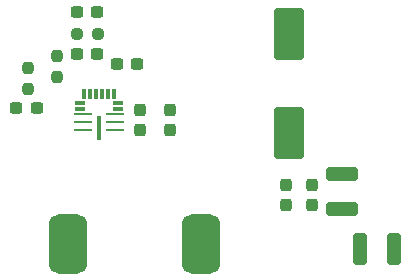
<source format=gbr>
%TF.GenerationSoftware,KiCad,Pcbnew,(6.0.8)*%
%TF.CreationDate,2023-02-08T18:10:39+01:00*%
%TF.ProjectId,power supply prototype,706f7765-7220-4737-9570-706c79207072,rev?*%
%TF.SameCoordinates,Original*%
%TF.FileFunction,Paste,Top*%
%TF.FilePolarity,Positive*%
%FSLAX46Y46*%
G04 Gerber Fmt 4.6, Leading zero omitted, Abs format (unit mm)*
G04 Created by KiCad (PCBNEW (6.0.8)) date 2023-02-08 18:10:39*
%MOMM*%
%LPD*%
G01*
G04 APERTURE LIST*
G04 Aperture macros list*
%AMRoundRect*
0 Rectangle with rounded corners*
0 $1 Rounding radius*
0 $2 $3 $4 $5 $6 $7 $8 $9 X,Y pos of 4 corners*
0 Add a 4 corners polygon primitive as box body*
4,1,4,$2,$3,$4,$5,$6,$7,$8,$9,$2,$3,0*
0 Add four circle primitives for the rounded corners*
1,1,$1+$1,$2,$3*
1,1,$1+$1,$4,$5*
1,1,$1+$1,$6,$7*
1,1,$1+$1,$8,$9*
0 Add four rect primitives between the rounded corners*
20,1,$1+$1,$2,$3,$4,$5,0*
20,1,$1+$1,$4,$5,$6,$7,0*
20,1,$1+$1,$6,$7,$8,$9,0*
20,1,$1+$1,$8,$9,$2,$3,0*%
G04 Aperture macros list end*
%ADD10RoundRect,0.250000X-1.000000X1.950000X-1.000000X-1.950000X1.000000X-1.950000X1.000000X1.950000X0*%
%ADD11R,0.914400X0.304800*%
%ADD12R,1.498600X0.254000*%
%ADD13R,0.355600X1.999996*%
%ADD14R,0.304800X0.812800*%
%ADD15RoundRect,0.237500X-0.237500X0.300000X-0.237500X-0.300000X0.237500X-0.300000X0.237500X0.300000X0*%
%ADD16RoundRect,0.237500X0.237500X-0.300000X0.237500X0.300000X-0.237500X0.300000X-0.237500X-0.300000X0*%
%ADD17RoundRect,0.237500X-0.300000X-0.237500X0.300000X-0.237500X0.300000X0.237500X-0.300000X0.237500X0*%
%ADD18RoundRect,0.250000X-0.325000X-1.100000X0.325000X-1.100000X0.325000X1.100000X-0.325000X1.100000X0*%
%ADD19RoundRect,0.812500X-0.812500X-1.687500X0.812500X-1.687500X0.812500X1.687500X-0.812500X1.687500X0*%
%ADD20RoundRect,0.237500X0.300000X0.237500X-0.300000X0.237500X-0.300000X-0.237500X0.300000X-0.237500X0*%
%ADD21RoundRect,0.237500X0.250000X0.237500X-0.250000X0.237500X-0.250000X-0.237500X0.250000X-0.237500X0*%
%ADD22RoundRect,0.237500X-0.237500X0.250000X-0.237500X-0.250000X0.237500X-0.250000X0.237500X0.250000X0*%
%ADD23RoundRect,0.250000X1.100000X-0.325000X1.100000X0.325000X-1.100000X0.325000X-1.100000X-0.325000X0*%
%ADD24RoundRect,0.237500X0.237500X-0.250000X0.237500X0.250000X-0.237500X0.250000X-0.237500X-0.250000X0*%
G04 APERTURE END LIST*
D10*
%TO.C,CSup2*%
X148100000Y-78200000D03*
X148100000Y-86600000D03*
%TD*%
D11*
%TO.C,U1*%
X130358601Y-84049996D03*
X130358601Y-84549997D03*
D12*
X130650700Y-85050000D03*
X130650700Y-85699999D03*
X130650700Y-86350001D03*
D13*
X132000000Y-86225005D03*
D12*
X133349300Y-86350013D03*
X133349300Y-85699999D03*
X133349300Y-85050013D03*
D11*
X133641399Y-84549997D03*
X133641399Y-84049996D03*
D14*
X133250000Y-83293600D03*
X132750001Y-83293600D03*
X132250000Y-83293600D03*
X131750000Y-83293600D03*
X131249999Y-83293600D03*
X130750000Y-83293600D03*
%TD*%
D15*
%TO.C,Cbyp1*%
X135500000Y-84637500D03*
X135500000Y-86362500D03*
%TD*%
D16*
%TO.C,DNp*%
X147800000Y-92725000D03*
X147800000Y-91000000D03*
%TD*%
D17*
%TO.C,Cc1*%
X130137500Y-76400000D03*
X131862500Y-76400000D03*
%TD*%
D18*
%TO.C,Cout3*%
X154050000Y-96400000D03*
X157000000Y-96400000D03*
%TD*%
D19*
%TO.C,L1*%
X140650000Y-96000000D03*
X129350000Y-96000000D03*
%TD*%
D20*
%TO.C,CF1*%
X131862500Y-79900000D03*
X130137500Y-79900000D03*
%TD*%
D21*
%TO.C,RCOMP1*%
X131912500Y-78200000D03*
X130087500Y-78200000D03*
%TD*%
D17*
%TO.C,CBIAS1*%
X133500000Y-80800000D03*
X135225000Y-80800000D03*
%TD*%
%TO.C,Cbst1*%
X124975000Y-84500000D03*
X126700000Y-84500000D03*
%TD*%
D22*
%TO.C,R_RST1*%
X126000000Y-81087500D03*
X126000000Y-82912500D03*
%TD*%
D16*
%TO.C,DNP*%
X150000000Y-92725000D03*
X150000000Y-91000000D03*
%TD*%
D15*
%TO.C,Csup1*%
X138000000Y-84637500D03*
X138000000Y-86362500D03*
%TD*%
D23*
%TO.C,Cout1*%
X152600000Y-93075000D03*
X152600000Y-90125000D03*
%TD*%
D24*
%TO.C,R_OSC1*%
X128400000Y-81912500D03*
X128400000Y-80087500D03*
%TD*%
M02*

</source>
